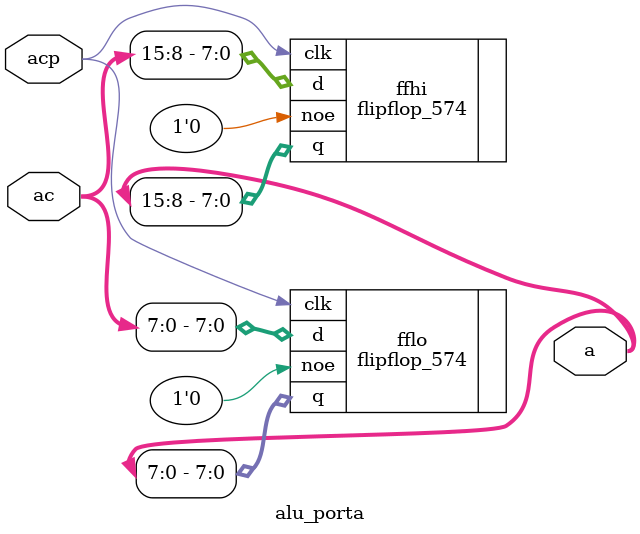
<source format=v>


`ifndef alu_porta_v
`define alu_porta_v

`include "flipflop.v"

`timescale 1ns/1ps

module alu_porta (ac, acp, a);

   input [15:0]   ac;
   input 	  acp;

   output [15:0]  a;

   flipflop_574 fflo (.d(ac[7:0]), .clk(acp), .noe(1'b0), .q(a[7:0]));
   flipflop_574 ffhi (.d(ac[15:8]), .clk(acp), .noe(1'b0), .q(a[15:8]));

endmodule // alu_rom

`endif //  `ifndef alu_porta_v

// End of file

</source>
